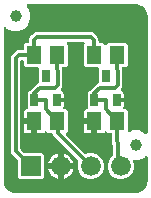
<source format=gbr>
G04 EAGLE Gerber RS-274X export*
G75*
%MOMM*%
%FSLAX34Y34*%
%LPD*%
%INTop Copper*%
%IPPOS*%
%AMOC8*
5,1,8,0,0,1.08239X$1,22.5*%
G01*
%ADD10R,0.635000X1.016000*%
%ADD11R,1.300000X1.500000*%
%ADD12R,1.676400X1.676400*%
%ADD13C,1.676400*%
%ADD14C,1.000000*%
%ADD15C,0.304800*%

G36*
X114320Y2543D02*
X114320Y2543D01*
X114424Y2547D01*
X116159Y2718D01*
X116262Y2741D01*
X116368Y2756D01*
X116448Y2783D01*
X116469Y2788D01*
X116483Y2795D01*
X116520Y2808D01*
X119725Y4136D01*
X119733Y4140D01*
X119742Y4143D01*
X119872Y4219D01*
X120001Y4293D01*
X120008Y4300D01*
X120016Y4304D01*
X120137Y4411D01*
X122589Y6863D01*
X122595Y6871D01*
X122602Y6877D01*
X122692Y6996D01*
X122784Y7115D01*
X122788Y7123D01*
X122793Y7131D01*
X122864Y7275D01*
X124192Y10480D01*
X124220Y10582D01*
X124256Y10682D01*
X124270Y10766D01*
X124276Y10787D01*
X124276Y10803D01*
X124282Y10841D01*
X124453Y12576D01*
X124453Y12595D01*
X124453Y12596D01*
X124456Y12614D01*
X124455Y12633D01*
X124459Y12700D01*
X124459Y32540D01*
X124442Y32678D01*
X124429Y32816D01*
X124422Y32835D01*
X124419Y32855D01*
X124368Y32984D01*
X124321Y33115D01*
X124310Y33132D01*
X124302Y33151D01*
X124221Y33263D01*
X124143Y33379D01*
X124127Y33392D01*
X124116Y33408D01*
X124008Y33497D01*
X123904Y33589D01*
X123886Y33598D01*
X123871Y33611D01*
X123745Y33670D01*
X123621Y33734D01*
X123601Y33738D01*
X123583Y33747D01*
X123446Y33773D01*
X123311Y33803D01*
X123290Y33803D01*
X123271Y33806D01*
X123132Y33798D01*
X122993Y33794D01*
X122973Y33788D01*
X122953Y33787D01*
X122821Y33744D01*
X122687Y33705D01*
X122670Y33695D01*
X122651Y33689D01*
X122533Y33614D01*
X122413Y33544D01*
X122392Y33525D01*
X122382Y33519D01*
X122368Y33504D01*
X122293Y33437D01*
X121404Y32548D01*
X116795Y30639D01*
X113152Y30639D01*
X113103Y30633D01*
X113053Y30635D01*
X112946Y30613D01*
X112837Y30599D01*
X112790Y30581D01*
X112742Y30571D01*
X112643Y30523D01*
X112541Y30482D01*
X112501Y30453D01*
X112456Y30431D01*
X112372Y30360D01*
X112283Y30296D01*
X112252Y30257D01*
X112214Y30225D01*
X112151Y30135D01*
X112081Y30051D01*
X112059Y30006D01*
X112031Y29965D01*
X111992Y29862D01*
X111945Y29763D01*
X111936Y29714D01*
X111918Y29668D01*
X111906Y29558D01*
X111885Y29451D01*
X111888Y29401D01*
X111883Y29352D01*
X111898Y29243D01*
X111905Y29133D01*
X111920Y29086D01*
X111927Y29037D01*
X111979Y28884D01*
X112523Y27573D01*
X112523Y23227D01*
X110860Y19213D01*
X107787Y16140D01*
X103773Y14477D01*
X99427Y14477D01*
X95413Y16140D01*
X92340Y19213D01*
X90677Y23227D01*
X90677Y27573D01*
X92340Y31587D01*
X94498Y33745D01*
X94566Y33833D01*
X94640Y33915D01*
X94663Y33958D01*
X94693Y33997D01*
X94737Y34098D01*
X94789Y34196D01*
X94800Y34244D01*
X94819Y34288D01*
X94837Y34398D01*
X94863Y34505D01*
X94866Y34581D01*
X94869Y34602D01*
X94868Y34620D01*
X94870Y34666D01*
X94544Y52214D01*
X94529Y52320D01*
X94522Y52427D01*
X94506Y52477D01*
X94498Y52528D01*
X94457Y52627D01*
X94424Y52729D01*
X94396Y52774D01*
X94376Y52822D01*
X94311Y52907D01*
X94254Y52998D01*
X94216Y53034D01*
X94184Y53076D01*
X94100Y53143D01*
X94022Y53216D01*
X93976Y53241D01*
X93936Y53274D01*
X93838Y53318D01*
X93744Y53370D01*
X93693Y53383D01*
X93645Y53404D01*
X93540Y53422D01*
X93436Y53449D01*
X93354Y53454D01*
X93332Y53458D01*
X93316Y53457D01*
X93275Y53459D01*
X90848Y53459D01*
X89797Y54509D01*
X89703Y54582D01*
X89614Y54661D01*
X89578Y54680D01*
X89546Y54704D01*
X89437Y54752D01*
X89331Y54806D01*
X89292Y54815D01*
X89254Y54831D01*
X89137Y54849D01*
X89021Y54875D01*
X88980Y54874D01*
X88940Y54881D01*
X88822Y54869D01*
X88703Y54866D01*
X88664Y54854D01*
X88624Y54851D01*
X88512Y54810D01*
X88397Y54777D01*
X88362Y54757D01*
X88324Y54743D01*
X88226Y54676D01*
X88123Y54616D01*
X88078Y54576D01*
X88061Y54565D01*
X88048Y54549D01*
X88002Y54509D01*
X87460Y53967D01*
X86881Y53632D01*
X86234Y53459D01*
X81939Y53459D01*
X81939Y62230D01*
X81924Y62348D01*
X81917Y62467D01*
X81904Y62505D01*
X81899Y62545D01*
X81855Y62656D01*
X81819Y62769D01*
X81797Y62804D01*
X81782Y62841D01*
X81712Y62937D01*
X81649Y63038D01*
X81619Y63066D01*
X81595Y63098D01*
X81504Y63174D01*
X81417Y63256D01*
X81382Y63275D01*
X81350Y63301D01*
X81243Y63352D01*
X81139Y63409D01*
X81099Y63420D01*
X81063Y63437D01*
X80946Y63459D01*
X80831Y63489D01*
X80770Y63493D01*
X80750Y63497D01*
X80730Y63495D01*
X80670Y63499D01*
X79399Y63499D01*
X79399Y64770D01*
X79384Y64888D01*
X79377Y65007D01*
X79364Y65045D01*
X79359Y65085D01*
X79315Y65196D01*
X79279Y65309D01*
X79257Y65344D01*
X79242Y65381D01*
X79172Y65477D01*
X79109Y65578D01*
X79079Y65606D01*
X79055Y65638D01*
X78964Y65714D01*
X78877Y65796D01*
X78842Y65815D01*
X78810Y65841D01*
X78703Y65892D01*
X78599Y65949D01*
X78559Y65960D01*
X78523Y65977D01*
X78406Y65999D01*
X78291Y66029D01*
X78230Y66033D01*
X78210Y66037D01*
X78190Y66035D01*
X78130Y66039D01*
X70359Y66039D01*
X70359Y71334D01*
X70532Y71981D01*
X70867Y72560D01*
X71340Y73033D01*
X71919Y73368D01*
X72648Y73563D01*
X72652Y73563D01*
X72667Y73568D01*
X72700Y73577D01*
X72731Y73581D01*
X72841Y73624D01*
X72954Y73661D01*
X72989Y73683D01*
X73026Y73698D01*
X73122Y73767D01*
X73223Y73831D01*
X73251Y73861D01*
X73284Y73884D01*
X73360Y73976D01*
X73441Y74063D01*
X73461Y74098D01*
X73486Y74129D01*
X73537Y74237D01*
X73595Y74341D01*
X73605Y74381D01*
X73622Y74417D01*
X73644Y74534D01*
X73674Y74649D01*
X73678Y74709D01*
X73682Y74729D01*
X73680Y74750D01*
X73684Y74810D01*
X73684Y87572D01*
X75173Y89062D01*
X75265Y89073D01*
X75364Y89076D01*
X75422Y89093D01*
X75482Y89101D01*
X75574Y89137D01*
X75669Y89165D01*
X75721Y89195D01*
X75778Y89218D01*
X75858Y89276D01*
X75943Y89326D01*
X76019Y89392D01*
X76035Y89404D01*
X76043Y89414D01*
X76064Y89432D01*
X82162Y95530D01*
X82190Y95540D01*
X82231Y95545D01*
X82341Y95588D01*
X82454Y95625D01*
X82489Y95647D01*
X82526Y95662D01*
X82622Y95731D01*
X82723Y95795D01*
X82751Y95825D01*
X82784Y95848D01*
X82860Y95940D01*
X82941Y96027D01*
X82961Y96062D01*
X82986Y96093D01*
X83037Y96201D01*
X83095Y96305D01*
X83105Y96345D01*
X83122Y96381D01*
X83144Y96498D01*
X83174Y96613D01*
X83178Y96673D01*
X83182Y96693D01*
X83180Y96714D01*
X83184Y96774D01*
X83184Y108070D01*
X83169Y108188D01*
X83162Y108307D01*
X83149Y108345D01*
X83144Y108386D01*
X83101Y108496D01*
X83064Y108609D01*
X83042Y108644D01*
X83027Y108681D01*
X82958Y108777D01*
X82894Y108878D01*
X82864Y108906D01*
X82841Y108939D01*
X82749Y109015D01*
X82662Y109096D01*
X82627Y109116D01*
X82596Y109141D01*
X82488Y109192D01*
X82384Y109250D01*
X82344Y109260D01*
X82308Y109277D01*
X82191Y109299D01*
X82076Y109329D01*
X82016Y109333D01*
X81996Y109337D01*
X81975Y109335D01*
X81915Y109339D01*
X71848Y109339D01*
X70359Y110828D01*
X70359Y127932D01*
X70815Y128389D01*
X70900Y128498D01*
X70989Y128605D01*
X70998Y128624D01*
X71010Y128640D01*
X71066Y128768D01*
X71125Y128893D01*
X71129Y128913D01*
X71137Y128932D01*
X71159Y129070D01*
X71185Y129206D01*
X71183Y129226D01*
X71187Y129246D01*
X71173Y129385D01*
X71165Y129523D01*
X71159Y129542D01*
X71157Y129562D01*
X71110Y129693D01*
X71067Y129825D01*
X71056Y129843D01*
X71049Y129862D01*
X70971Y129976D01*
X70897Y130094D01*
X70882Y130108D01*
X70871Y130125D01*
X70766Y130217D01*
X70665Y130312D01*
X70647Y130322D01*
X70632Y130335D01*
X70508Y130398D01*
X70387Y130466D01*
X70367Y130471D01*
X70349Y130480D01*
X70213Y130510D01*
X70079Y130545D01*
X70051Y130547D01*
X70039Y130550D01*
X70018Y130549D01*
X69918Y130555D01*
X57082Y130555D01*
X56944Y130538D01*
X56806Y130525D01*
X56787Y130518D01*
X56767Y130515D01*
X56637Y130464D01*
X56506Y130417D01*
X56490Y130406D01*
X56471Y130398D01*
X56359Y130317D01*
X56243Y130239D01*
X56230Y130223D01*
X56214Y130212D01*
X56125Y130104D01*
X56033Y130000D01*
X56024Y129982D01*
X56011Y129967D01*
X55951Y129841D01*
X55888Y129717D01*
X55884Y129697D01*
X55875Y129679D01*
X55849Y129542D01*
X55819Y129407D01*
X55819Y129386D01*
X55815Y129367D01*
X55824Y129228D01*
X55828Y129089D01*
X55834Y129069D01*
X55835Y129049D01*
X55878Y128917D01*
X55917Y128783D01*
X55927Y128766D01*
X55933Y128747D01*
X56008Y128629D01*
X56078Y128509D01*
X56097Y128488D01*
X56103Y128478D01*
X56118Y128464D01*
X56185Y128389D01*
X56641Y127932D01*
X56641Y110828D01*
X55152Y109339D01*
X53230Y109339D01*
X53095Y109322D01*
X52960Y109310D01*
X52938Y109302D01*
X52914Y109299D01*
X52788Y109250D01*
X52661Y109205D01*
X52641Y109191D01*
X52618Y109182D01*
X52509Y109103D01*
X52396Y109027D01*
X52380Y109010D01*
X52361Y108996D01*
X52275Y108891D01*
X52185Y108790D01*
X52174Y108769D01*
X52158Y108751D01*
X52101Y108628D01*
X52038Y108508D01*
X52033Y108484D01*
X52023Y108463D01*
X51997Y108330D01*
X51967Y108198D01*
X51966Y108164D01*
X51963Y108151D01*
X51964Y108129D01*
X51961Y108037D01*
X52268Y96214D01*
X52281Y96132D01*
X52283Y96049D01*
X52304Y95975D01*
X52316Y95899D01*
X52325Y95879D01*
X52325Y94049D01*
X52326Y94039D01*
X52325Y94016D01*
X52369Y92340D01*
X51183Y91155D01*
X51177Y91147D01*
X51160Y91131D01*
X51052Y91018D01*
X50984Y90924D01*
X50909Y90835D01*
X50890Y90796D01*
X50864Y90761D01*
X50821Y90654D01*
X50770Y90549D01*
X50761Y90507D01*
X50745Y90466D01*
X50730Y90351D01*
X50707Y90237D01*
X50709Y90194D01*
X50703Y90151D01*
X50717Y90036D01*
X50723Y89920D01*
X50736Y89878D01*
X50741Y89835D01*
X50783Y89727D01*
X50818Y89616D01*
X50841Y89579D01*
X50857Y89539D01*
X50924Y89444D01*
X50985Y89346D01*
X51017Y89316D01*
X51042Y89280D01*
X51131Y89206D01*
X51215Y89125D01*
X51252Y89104D01*
X51286Y89076D01*
X51391Y89026D01*
X51492Y88969D01*
X51554Y88948D01*
X51573Y88939D01*
X51592Y88935D01*
X51644Y88917D01*
X51756Y88888D01*
X52335Y88553D01*
X52808Y88080D01*
X53143Y87501D01*
X53316Y86854D01*
X53316Y83027D01*
X47918Y83027D01*
X47799Y83012D01*
X47681Y83004D01*
X47642Y82992D01*
X47602Y82987D01*
X47491Y82943D01*
X47378Y82906D01*
X47344Y82885D01*
X47306Y82870D01*
X47210Y82800D01*
X47110Y82736D01*
X47082Y82707D01*
X47049Y82683D01*
X46973Y82591D01*
X46892Y82505D01*
X46872Y82469D01*
X46846Y82438D01*
X46796Y82330D01*
X46738Y82226D01*
X46728Y82187D01*
X46711Y82150D01*
X46688Y82034D01*
X46659Y81918D01*
X46655Y81858D01*
X46651Y81838D01*
X46652Y81818D01*
X46648Y81758D01*
X46648Y81122D01*
X46663Y81004D01*
X46671Y80886D01*
X46683Y80847D01*
X46688Y80807D01*
X46732Y80696D01*
X46769Y80583D01*
X46790Y80549D01*
X46805Y80511D01*
X46875Y80415D01*
X46939Y80314D01*
X46968Y80287D01*
X46992Y80254D01*
X47084Y80178D01*
X47171Y80096D01*
X47206Y80077D01*
X47237Y80051D01*
X47345Y80000D01*
X47449Y79943D01*
X47488Y79933D01*
X47525Y79916D01*
X47642Y79893D01*
X47757Y79863D01*
X47817Y79860D01*
X47837Y79856D01*
X47858Y79857D01*
X47918Y79853D01*
X53316Y79853D01*
X53316Y76026D01*
X53125Y75315D01*
X53073Y75203D01*
X53068Y75177D01*
X53057Y75152D01*
X53038Y75020D01*
X53013Y74890D01*
X53014Y74864D01*
X53010Y74837D01*
X53024Y74705D01*
X53033Y74573D01*
X53041Y74548D01*
X53044Y74521D01*
X53090Y74397D01*
X53131Y74271D01*
X53145Y74248D01*
X53154Y74223D01*
X53230Y74114D01*
X53301Y74002D01*
X53320Y73983D01*
X53336Y73961D01*
X53436Y73875D01*
X53532Y73784D01*
X53556Y73771D01*
X53576Y73753D01*
X53695Y73694D01*
X53811Y73630D01*
X53837Y73624D01*
X53861Y73612D01*
X53991Y73584D01*
X54119Y73551D01*
X54157Y73549D01*
X54172Y73545D01*
X54194Y73546D01*
X54279Y73541D01*
X55152Y73541D01*
X56641Y72052D01*
X56641Y54948D01*
X55418Y53725D01*
X55345Y53631D01*
X55267Y53542D01*
X55248Y53506D01*
X55223Y53474D01*
X55176Y53364D01*
X55122Y53259D01*
X55113Y53219D01*
X55097Y53182D01*
X55078Y53064D01*
X55052Y52948D01*
X55053Y52908D01*
X55047Y52868D01*
X55058Y52749D01*
X55062Y52630D01*
X55073Y52592D01*
X55077Y52551D01*
X55117Y52439D01*
X55150Y52325D01*
X55171Y52290D01*
X55185Y52252D01*
X55251Y52154D01*
X55312Y52051D01*
X55352Y52006D01*
X55363Y51989D01*
X55378Y51975D01*
X55418Y51930D01*
X71305Y36043D01*
X71329Y36025D01*
X71348Y36003D01*
X71454Y35928D01*
X71556Y35848D01*
X71584Y35837D01*
X71608Y35820D01*
X71729Y35774D01*
X71848Y35722D01*
X71877Y35717D01*
X71905Y35707D01*
X72034Y35692D01*
X72162Y35672D01*
X72192Y35675D01*
X72221Y35672D01*
X72350Y35690D01*
X72479Y35702D01*
X72507Y35712D01*
X72536Y35716D01*
X72688Y35768D01*
X74027Y36323D01*
X78373Y36323D01*
X82387Y34660D01*
X85460Y31587D01*
X87123Y27573D01*
X87123Y23227D01*
X85460Y19213D01*
X82387Y16140D01*
X78373Y14477D01*
X74027Y14477D01*
X70013Y16140D01*
X66940Y19213D01*
X65277Y23227D01*
X65277Y27573D01*
X65832Y28912D01*
X65840Y28940D01*
X65853Y28966D01*
X65882Y29093D01*
X65916Y29218D01*
X65916Y29248D01*
X65923Y29277D01*
X65919Y29406D01*
X65921Y29536D01*
X65914Y29565D01*
X65913Y29595D01*
X65877Y29719D01*
X65847Y29846D01*
X65833Y29872D01*
X65825Y29900D01*
X65759Y30012D01*
X65698Y30127D01*
X65678Y30149D01*
X65663Y30174D01*
X65557Y30295D01*
X45508Y50343D01*
X45492Y50356D01*
X45448Y50400D01*
X44243Y51458D01*
X44233Y51492D01*
X44195Y51556D01*
X44195Y52190D01*
X44180Y52308D01*
X44173Y52427D01*
X44160Y52465D01*
X44155Y52506D01*
X44112Y52616D01*
X44075Y52729D01*
X44053Y52764D01*
X44038Y52801D01*
X43969Y52897D01*
X43905Y52998D01*
X43875Y53026D01*
X43852Y53059D01*
X43760Y53135D01*
X43673Y53216D01*
X43638Y53236D01*
X43607Y53261D01*
X43499Y53312D01*
X43395Y53370D01*
X43355Y53380D01*
X43319Y53397D01*
X43202Y53419D01*
X43087Y53449D01*
X43027Y53453D01*
X43007Y53457D01*
X42986Y53455D01*
X42926Y53459D01*
X40048Y53459D01*
X38997Y54509D01*
X38903Y54582D01*
X38814Y54661D01*
X38778Y54680D01*
X38746Y54704D01*
X38637Y54752D01*
X38531Y54806D01*
X38492Y54815D01*
X38454Y54831D01*
X38337Y54849D01*
X38221Y54875D01*
X38180Y54874D01*
X38140Y54881D01*
X38022Y54869D01*
X37903Y54866D01*
X37864Y54854D01*
X37824Y54851D01*
X37712Y54810D01*
X37597Y54777D01*
X37562Y54757D01*
X37524Y54743D01*
X37426Y54676D01*
X37323Y54616D01*
X37278Y54576D01*
X37261Y54565D01*
X37248Y54549D01*
X37202Y54509D01*
X36660Y53967D01*
X36081Y53632D01*
X35434Y53459D01*
X31139Y53459D01*
X31139Y62230D01*
X31124Y62348D01*
X31117Y62467D01*
X31104Y62505D01*
X31099Y62545D01*
X31055Y62656D01*
X31019Y62769D01*
X30997Y62804D01*
X30982Y62841D01*
X30912Y62937D01*
X30849Y63038D01*
X30819Y63066D01*
X30795Y63098D01*
X30704Y63174D01*
X30617Y63256D01*
X30582Y63275D01*
X30550Y63301D01*
X30443Y63352D01*
X30339Y63409D01*
X30299Y63420D01*
X30263Y63437D01*
X30146Y63459D01*
X30031Y63489D01*
X29970Y63493D01*
X29950Y63497D01*
X29930Y63495D01*
X29870Y63499D01*
X28599Y63499D01*
X28599Y64770D01*
X28584Y64888D01*
X28577Y65007D01*
X28564Y65045D01*
X28559Y65085D01*
X28515Y65196D01*
X28479Y65309D01*
X28457Y65344D01*
X28442Y65381D01*
X28372Y65477D01*
X28309Y65578D01*
X28279Y65606D01*
X28255Y65638D01*
X28164Y65714D01*
X28077Y65796D01*
X28042Y65815D01*
X28010Y65841D01*
X27903Y65892D01*
X27799Y65949D01*
X27759Y65960D01*
X27723Y65977D01*
X27606Y65999D01*
X27491Y66029D01*
X27430Y66033D01*
X27410Y66037D01*
X27390Y66035D01*
X27330Y66039D01*
X19559Y66039D01*
X19559Y71334D01*
X19732Y71981D01*
X20067Y72560D01*
X20540Y73033D01*
X21119Y73368D01*
X21848Y73563D01*
X21852Y73563D01*
X21867Y73568D01*
X21900Y73577D01*
X21931Y73581D01*
X22041Y73624D01*
X22154Y73661D01*
X22189Y73683D01*
X22226Y73698D01*
X22322Y73767D01*
X22423Y73831D01*
X22451Y73861D01*
X22484Y73884D01*
X22560Y73976D01*
X22641Y74063D01*
X22661Y74098D01*
X22686Y74129D01*
X22737Y74237D01*
X22795Y74341D01*
X22805Y74381D01*
X22822Y74417D01*
X22844Y74534D01*
X22874Y74649D01*
X22878Y74709D01*
X22882Y74729D01*
X22880Y74750D01*
X22884Y74810D01*
X22884Y87572D01*
X24373Y89062D01*
X24465Y89073D01*
X24564Y89076D01*
X24622Y89093D01*
X24682Y89101D01*
X24774Y89137D01*
X24869Y89165D01*
X24921Y89195D01*
X24978Y89218D01*
X25058Y89276D01*
X25143Y89326D01*
X25219Y89392D01*
X25235Y89404D01*
X25243Y89414D01*
X25264Y89432D01*
X31362Y95530D01*
X31390Y95540D01*
X31431Y95545D01*
X31541Y95588D01*
X31654Y95625D01*
X31689Y95647D01*
X31726Y95662D01*
X31822Y95731D01*
X31923Y95795D01*
X31951Y95825D01*
X31984Y95848D01*
X32060Y95940D01*
X32141Y96027D01*
X32161Y96062D01*
X32186Y96093D01*
X32237Y96201D01*
X32295Y96305D01*
X32305Y96345D01*
X32322Y96381D01*
X32344Y96498D01*
X32374Y96613D01*
X32378Y96673D01*
X32382Y96693D01*
X32380Y96714D01*
X32384Y96774D01*
X32384Y108070D01*
X32369Y108188D01*
X32362Y108307D01*
X32349Y108345D01*
X32344Y108386D01*
X32301Y108496D01*
X32264Y108609D01*
X32242Y108644D01*
X32227Y108681D01*
X32158Y108777D01*
X32094Y108878D01*
X32064Y108906D01*
X32041Y108939D01*
X31949Y109015D01*
X31862Y109096D01*
X31827Y109116D01*
X31796Y109141D01*
X31688Y109192D01*
X31584Y109250D01*
X31544Y109260D01*
X31508Y109277D01*
X31391Y109299D01*
X31276Y109329D01*
X31216Y109333D01*
X31196Y109337D01*
X31175Y109335D01*
X31115Y109339D01*
X21048Y109339D01*
X19559Y110828D01*
X19559Y114046D01*
X19544Y114164D01*
X19537Y114283D01*
X19524Y114321D01*
X19519Y114362D01*
X19476Y114472D01*
X19439Y114585D01*
X19417Y114620D01*
X19402Y114657D01*
X19333Y114753D01*
X19269Y114854D01*
X19239Y114882D01*
X19216Y114915D01*
X19124Y114991D01*
X19037Y115072D01*
X19002Y115092D01*
X18971Y115117D01*
X18863Y115168D01*
X18759Y115226D01*
X18719Y115236D01*
X18683Y115253D01*
X18566Y115275D01*
X18451Y115305D01*
X18391Y115309D01*
X18371Y115313D01*
X18350Y115311D01*
X18290Y115315D01*
X18034Y115315D01*
X17916Y115300D01*
X17797Y115293D01*
X17759Y115280D01*
X17718Y115275D01*
X17608Y115232D01*
X17495Y115195D01*
X17460Y115173D01*
X17423Y115158D01*
X17327Y115089D01*
X17226Y115025D01*
X17198Y114995D01*
X17165Y114972D01*
X17089Y114880D01*
X17008Y114793D01*
X16988Y114758D01*
X16963Y114727D01*
X16912Y114619D01*
X16854Y114515D01*
X16844Y114475D01*
X16827Y114439D01*
X16805Y114322D01*
X16775Y114207D01*
X16771Y114147D01*
X16767Y114127D01*
X16769Y114106D01*
X16765Y114046D01*
X16765Y40309D01*
X16777Y40211D01*
X16780Y40112D01*
X16797Y40054D01*
X16805Y39994D01*
X16841Y39902D01*
X16869Y39807D01*
X16899Y39755D01*
X16922Y39698D01*
X16980Y39618D01*
X17030Y39533D01*
X17096Y39457D01*
X17108Y39441D01*
X17118Y39433D01*
X17136Y39412D01*
X19854Y36694D01*
X19932Y36634D01*
X20004Y36566D01*
X20057Y36537D01*
X20105Y36500D01*
X20196Y36460D01*
X20283Y36412D01*
X20341Y36397D01*
X20397Y36373D01*
X20495Y36358D01*
X20591Y36333D01*
X20691Y36327D01*
X20711Y36323D01*
X20723Y36325D01*
X20751Y36323D01*
X34834Y36323D01*
X36323Y34834D01*
X36323Y15966D01*
X34834Y14477D01*
X15966Y14477D01*
X14477Y15966D01*
X14477Y30049D01*
X14465Y30147D01*
X14462Y30246D01*
X14445Y30304D01*
X14437Y30364D01*
X14401Y30456D01*
X14373Y30551D01*
X14343Y30603D01*
X14320Y30660D01*
X14262Y30740D01*
X14212Y30825D01*
X14146Y30901D01*
X14134Y30917D01*
X14124Y30925D01*
X14106Y30946D01*
X8635Y36416D01*
X8635Y118524D01*
X13556Y123445D01*
X18290Y123445D01*
X18408Y123460D01*
X18527Y123467D01*
X18565Y123480D01*
X18606Y123485D01*
X18716Y123528D01*
X18829Y123565D01*
X18864Y123587D01*
X18901Y123602D01*
X18997Y123671D01*
X19098Y123735D01*
X19126Y123765D01*
X19159Y123788D01*
X19235Y123880D01*
X19316Y123967D01*
X19336Y124002D01*
X19361Y124033D01*
X19412Y124141D01*
X19470Y124245D01*
X19480Y124285D01*
X19497Y124321D01*
X19519Y124438D01*
X19549Y124553D01*
X19553Y124613D01*
X19557Y124633D01*
X19555Y124654D01*
X19559Y124714D01*
X19559Y127932D01*
X21048Y129421D01*
X22606Y129421D01*
X22724Y129436D01*
X22843Y129443D01*
X22881Y129456D01*
X22922Y129461D01*
X23032Y129504D01*
X23145Y129541D01*
X23180Y129563D01*
X23217Y129578D01*
X23313Y129647D01*
X23414Y129711D01*
X23442Y129741D01*
X23475Y129764D01*
X23551Y129856D01*
X23632Y129943D01*
X23652Y129978D01*
X23677Y130009D01*
X23728Y130117D01*
X23786Y130221D01*
X23796Y130261D01*
X23813Y130297D01*
X23835Y130414D01*
X23865Y130529D01*
X23869Y130589D01*
X23873Y130609D01*
X23871Y130630D01*
X23875Y130690D01*
X23875Y131942D01*
X23873Y131960D01*
X23874Y132007D01*
X23787Y133667D01*
X23790Y133679D01*
X24968Y134856D01*
X24979Y134871D01*
X25013Y134904D01*
X26126Y136139D01*
X26200Y136182D01*
X26285Y136221D01*
X26337Y136263D01*
X26394Y136297D01*
X26515Y136403D01*
X28796Y138685D01*
X77884Y138685D01*
X81516Y135052D01*
X81531Y135041D01*
X81564Y135007D01*
X82798Y133894D01*
X82805Y133884D01*
X82805Y132219D01*
X82807Y132201D01*
X82806Y132153D01*
X82886Y130624D01*
X82901Y130539D01*
X82906Y130453D01*
X82929Y130383D01*
X82942Y130311D01*
X82978Y130233D01*
X83005Y130151D01*
X83044Y130089D01*
X83074Y130022D01*
X83128Y129955D01*
X83175Y129882D01*
X83228Y129832D01*
X83274Y129775D01*
X83343Y129723D01*
X83406Y129664D01*
X83471Y129629D01*
X83529Y129585D01*
X83609Y129552D01*
X83685Y129510D01*
X83756Y129492D01*
X83824Y129464D01*
X83909Y129452D01*
X83993Y129431D01*
X84127Y129422D01*
X84139Y129421D01*
X84143Y129421D01*
X84153Y129421D01*
X86952Y129421D01*
X88003Y128371D01*
X88097Y128298D01*
X88186Y128219D01*
X88222Y128201D01*
X88254Y128176D01*
X88363Y128128D01*
X88469Y128074D01*
X88508Y128065D01*
X88546Y128049D01*
X88663Y128031D01*
X88779Y128005D01*
X88820Y128006D01*
X88860Y128000D01*
X88978Y128011D01*
X89097Y128014D01*
X89136Y128026D01*
X89176Y128029D01*
X89288Y128070D01*
X89403Y128103D01*
X89438Y128123D01*
X89476Y128137D01*
X89574Y128204D01*
X89677Y128264D01*
X89722Y128304D01*
X89739Y128316D01*
X89752Y128331D01*
X89798Y128371D01*
X90848Y129421D01*
X105952Y129421D01*
X107441Y127932D01*
X107441Y110828D01*
X105952Y109339D01*
X104030Y109339D01*
X103895Y109322D01*
X103760Y109310D01*
X103738Y109302D01*
X103714Y109299D01*
X103588Y109250D01*
X103461Y109205D01*
X103441Y109191D01*
X103418Y109182D01*
X103309Y109103D01*
X103196Y109027D01*
X103180Y109010D01*
X103161Y108996D01*
X103075Y108891D01*
X102985Y108790D01*
X102974Y108769D01*
X102958Y108751D01*
X102901Y108628D01*
X102838Y108508D01*
X102833Y108484D01*
X102823Y108463D01*
X102797Y108330D01*
X102767Y108198D01*
X102766Y108164D01*
X102763Y108151D01*
X102764Y108129D01*
X102761Y108037D01*
X103068Y96214D01*
X103081Y96132D01*
X103083Y96049D01*
X103105Y95975D01*
X103116Y95899D01*
X103125Y95879D01*
X103125Y94049D01*
X103126Y94039D01*
X103125Y94016D01*
X103169Y92340D01*
X101983Y91155D01*
X101977Y91147D01*
X101960Y91131D01*
X101852Y91017D01*
X101783Y90924D01*
X101708Y90835D01*
X101689Y90796D01*
X101664Y90761D01*
X101620Y90653D01*
X101570Y90549D01*
X101561Y90506D01*
X101545Y90466D01*
X101530Y90351D01*
X101507Y90237D01*
X101509Y90194D01*
X101503Y90151D01*
X101517Y90036D01*
X101523Y89920D01*
X101536Y89878D01*
X101541Y89835D01*
X101584Y89727D01*
X101618Y89616D01*
X101641Y89579D01*
X101657Y89539D01*
X101725Y89444D01*
X101785Y89346D01*
X101817Y89316D01*
X101842Y89280D01*
X101931Y89205D01*
X102015Y89125D01*
X102053Y89104D01*
X102086Y89076D01*
X102191Y89026D01*
X102292Y88969D01*
X102354Y88948D01*
X102373Y88939D01*
X102392Y88935D01*
X102444Y88917D01*
X102556Y88888D01*
X103135Y88553D01*
X103608Y88080D01*
X103943Y87501D01*
X104116Y86854D01*
X104116Y83027D01*
X98718Y83027D01*
X98599Y83012D01*
X98481Y83004D01*
X98442Y82992D01*
X98402Y82987D01*
X98291Y82943D01*
X98178Y82906D01*
X98144Y82885D01*
X98106Y82870D01*
X98010Y82800D01*
X97910Y82736D01*
X97882Y82707D01*
X97849Y82683D01*
X97773Y82591D01*
X97692Y82505D01*
X97672Y82469D01*
X97646Y82438D01*
X97596Y82330D01*
X97538Y82226D01*
X97528Y82187D01*
X97511Y82150D01*
X97488Y82034D01*
X97459Y81918D01*
X97455Y81858D01*
X97451Y81838D01*
X97452Y81818D01*
X97448Y81758D01*
X97448Y81122D01*
X97463Y81004D01*
X97471Y80886D01*
X97483Y80847D01*
X97488Y80807D01*
X97532Y80696D01*
X97569Y80583D01*
X97590Y80549D01*
X97605Y80511D01*
X97675Y80415D01*
X97739Y80314D01*
X97768Y80287D01*
X97792Y80254D01*
X97884Y80178D01*
X97971Y80096D01*
X98006Y80077D01*
X98037Y80051D01*
X98145Y80000D01*
X98249Y79943D01*
X98288Y79933D01*
X98325Y79916D01*
X98442Y79893D01*
X98557Y79863D01*
X98617Y79860D01*
X98637Y79856D01*
X98658Y79857D01*
X98718Y79853D01*
X104116Y79853D01*
X104116Y76026D01*
X103925Y75315D01*
X103873Y75203D01*
X103868Y75177D01*
X103857Y75152D01*
X103838Y75020D01*
X103813Y74890D01*
X103814Y74864D01*
X103810Y74837D01*
X103824Y74705D01*
X103833Y74573D01*
X103841Y74548D01*
X103844Y74521D01*
X103890Y74397D01*
X103931Y74271D01*
X103945Y74248D01*
X103954Y74223D01*
X104030Y74114D01*
X104101Y74002D01*
X104120Y73983D01*
X104136Y73961D01*
X104236Y73875D01*
X104332Y73784D01*
X104356Y73771D01*
X104376Y73753D01*
X104495Y73694D01*
X104611Y73630D01*
X104637Y73624D01*
X104661Y73612D01*
X104791Y73584D01*
X104919Y73551D01*
X104957Y73549D01*
X104972Y73545D01*
X104994Y73546D01*
X105079Y73541D01*
X105952Y73541D01*
X107441Y72052D01*
X107441Y55812D01*
X107447Y55763D01*
X107445Y55713D01*
X107462Y55629D01*
X107463Y55612D01*
X107468Y55597D01*
X107481Y55497D01*
X107499Y55451D01*
X107509Y55402D01*
X107557Y55303D01*
X107598Y55201D01*
X107627Y55161D01*
X107649Y55116D01*
X107720Y55033D01*
X107784Y54944D01*
X107823Y54912D01*
X107855Y54874D01*
X107945Y54811D01*
X108029Y54741D01*
X108074Y54720D01*
X108115Y54691D01*
X108218Y54652D01*
X108317Y54605D01*
X108366Y54596D01*
X108412Y54578D01*
X108522Y54566D01*
X108629Y54546D01*
X108679Y54549D01*
X108728Y54543D01*
X108837Y54559D01*
X108947Y54565D01*
X108994Y54581D01*
X109043Y54588D01*
X109196Y54640D01*
X111805Y55721D01*
X116795Y55721D01*
X121404Y53812D01*
X122293Y52923D01*
X122402Y52838D01*
X122509Y52749D01*
X122528Y52740D01*
X122544Y52728D01*
X122671Y52673D01*
X122797Y52613D01*
X122817Y52610D01*
X122836Y52601D01*
X122974Y52580D01*
X123110Y52554D01*
X123130Y52555D01*
X123150Y52552D01*
X123289Y52565D01*
X123427Y52573D01*
X123446Y52580D01*
X123466Y52581D01*
X123598Y52629D01*
X123729Y52671D01*
X123747Y52682D01*
X123766Y52689D01*
X123881Y52767D01*
X123998Y52841D01*
X124012Y52856D01*
X124029Y52868D01*
X124121Y52972D01*
X124216Y53073D01*
X124226Y53091D01*
X124239Y53106D01*
X124302Y53230D01*
X124370Y53352D01*
X124375Y53371D01*
X124384Y53389D01*
X124414Y53525D01*
X124449Y53660D01*
X124451Y53688D01*
X124454Y53700D01*
X124453Y53720D01*
X124459Y53820D01*
X124459Y152400D01*
X124457Y152420D01*
X124453Y152524D01*
X124282Y154259D01*
X124259Y154362D01*
X124244Y154468D01*
X124217Y154548D01*
X124212Y154569D01*
X124205Y154583D01*
X124192Y154620D01*
X122864Y157825D01*
X122860Y157833D01*
X122857Y157842D01*
X122781Y157972D01*
X122707Y158101D01*
X122700Y158108D01*
X122696Y158116D01*
X122589Y158237D01*
X120137Y160689D01*
X120129Y160695D01*
X120123Y160702D01*
X120004Y160792D01*
X119885Y160884D01*
X119877Y160888D01*
X119869Y160893D01*
X119725Y160964D01*
X116520Y162292D01*
X116418Y162320D01*
X116318Y162356D01*
X116234Y162370D01*
X116213Y162376D01*
X116197Y162376D01*
X116159Y162382D01*
X114424Y162553D01*
X114405Y162553D01*
X114300Y162559D01*
X23340Y162559D01*
X23202Y162542D01*
X23064Y162529D01*
X23045Y162522D01*
X23025Y162519D01*
X22896Y162468D01*
X22765Y162421D01*
X22748Y162410D01*
X22729Y162402D01*
X22617Y162321D01*
X22501Y162243D01*
X22488Y162227D01*
X22472Y162216D01*
X22383Y162108D01*
X22291Y162004D01*
X22282Y161986D01*
X22269Y161971D01*
X22210Y161845D01*
X22146Y161721D01*
X22142Y161701D01*
X22133Y161683D01*
X22107Y161546D01*
X22077Y161411D01*
X22077Y161390D01*
X22074Y161371D01*
X22082Y161232D01*
X22086Y161093D01*
X22092Y161073D01*
X22093Y161053D01*
X22136Y160921D01*
X22175Y160787D01*
X22185Y160770D01*
X22191Y160751D01*
X22266Y160633D01*
X22336Y160513D01*
X22355Y160492D01*
X22361Y160482D01*
X22376Y160468D01*
X22443Y160393D01*
X23332Y159504D01*
X25241Y154895D01*
X25241Y149905D01*
X23332Y145296D01*
X19804Y141768D01*
X15195Y139859D01*
X10205Y139859D01*
X5596Y141768D01*
X4707Y142657D01*
X4598Y142742D01*
X4491Y142831D01*
X4472Y142840D01*
X4456Y142852D01*
X4329Y142907D01*
X4203Y142967D01*
X4183Y142970D01*
X4164Y142979D01*
X4026Y143000D01*
X3890Y143026D01*
X3870Y143025D01*
X3850Y143028D01*
X3711Y143015D01*
X3573Y143007D01*
X3554Y143000D01*
X3534Y142999D01*
X3402Y142951D01*
X3271Y142909D01*
X3253Y142898D01*
X3234Y142891D01*
X3119Y142813D01*
X3002Y142739D01*
X2988Y142724D01*
X2971Y142712D01*
X2879Y142608D01*
X2784Y142507D01*
X2774Y142489D01*
X2761Y142474D01*
X2698Y142350D01*
X2630Y142228D01*
X2625Y142209D01*
X2616Y142191D01*
X2586Y142055D01*
X2551Y141920D01*
X2549Y141892D01*
X2546Y141880D01*
X2547Y141860D01*
X2541Y141760D01*
X2541Y12700D01*
X2543Y12680D01*
X2547Y12576D01*
X2718Y10841D01*
X2741Y10738D01*
X2756Y10632D01*
X2783Y10552D01*
X2788Y10531D01*
X2795Y10517D01*
X2808Y10480D01*
X4136Y7275D01*
X4140Y7267D01*
X4143Y7258D01*
X4219Y7128D01*
X4293Y6999D01*
X4300Y6992D01*
X4304Y6984D01*
X4411Y6863D01*
X6863Y4411D01*
X6871Y4405D01*
X6877Y4398D01*
X6996Y4308D01*
X7115Y4216D01*
X7123Y4212D01*
X7131Y4207D01*
X7275Y4136D01*
X10480Y2808D01*
X10582Y2780D01*
X10682Y2744D01*
X10766Y2730D01*
X10787Y2724D01*
X10803Y2724D01*
X10841Y2718D01*
X12576Y2547D01*
X12595Y2547D01*
X12700Y2541D01*
X114300Y2541D01*
X114320Y2543D01*
G37*
%LPC*%
G36*
X72566Y53459D02*
X72566Y53459D01*
X71919Y53632D01*
X71340Y53967D01*
X70867Y54440D01*
X70532Y55019D01*
X70359Y55666D01*
X70359Y60961D01*
X76861Y60961D01*
X76861Y53459D01*
X72566Y53459D01*
G37*
%LPD*%
%LPC*%
G36*
X21766Y53459D02*
X21766Y53459D01*
X21119Y53632D01*
X20540Y53967D01*
X20067Y54440D01*
X19732Y55019D01*
X19559Y55666D01*
X19559Y60961D01*
X26061Y60961D01*
X26061Y53459D01*
X21766Y53459D01*
G37*
%LPD*%
%LPC*%
G36*
X53299Y27899D02*
X53299Y27899D01*
X53299Y36063D01*
X53358Y36054D01*
X54993Y35523D01*
X56525Y34742D01*
X57916Y33731D01*
X59131Y32516D01*
X60142Y31125D01*
X60923Y29593D01*
X61454Y27958D01*
X61463Y27899D01*
X53299Y27899D01*
G37*
%LPD*%
%LPC*%
G36*
X40137Y27899D02*
X40137Y27899D01*
X40146Y27958D01*
X40677Y29593D01*
X41458Y31125D01*
X42469Y32516D01*
X43684Y33731D01*
X45075Y34742D01*
X46607Y35523D01*
X48242Y36054D01*
X48301Y36063D01*
X48301Y27899D01*
X40137Y27899D01*
G37*
%LPD*%
%LPC*%
G36*
X53299Y22901D02*
X53299Y22901D01*
X61463Y22901D01*
X61454Y22842D01*
X60923Y21207D01*
X60142Y19675D01*
X59131Y18284D01*
X57916Y17069D01*
X56525Y16058D01*
X54993Y15277D01*
X53358Y14746D01*
X53299Y14737D01*
X53299Y22901D01*
G37*
%LPD*%
%LPC*%
G36*
X48242Y14746D02*
X48242Y14746D01*
X46607Y15277D01*
X45075Y16058D01*
X43684Y17069D01*
X42469Y18284D01*
X41458Y19675D01*
X40677Y21207D01*
X40146Y22842D01*
X40137Y22901D01*
X48301Y22901D01*
X48301Y14737D01*
X48242Y14746D01*
G37*
%LPD*%
D10*
X38100Y101440D03*
X47600Y81440D03*
X28600Y81440D03*
X88900Y101440D03*
X98400Y81440D03*
X79400Y81440D03*
D11*
X47600Y119380D03*
X28600Y119380D03*
X98400Y119380D03*
X79400Y119380D03*
D12*
X25400Y25400D03*
D13*
X50800Y25400D03*
X76200Y25400D03*
X101600Y25400D03*
D14*
X12700Y152400D03*
X114300Y43180D03*
D11*
X47600Y63500D03*
X28600Y63500D03*
X98400Y63500D03*
X79400Y63500D03*
D15*
X28600Y119380D02*
X15240Y119380D01*
X12700Y116840D01*
X12700Y38100D01*
X25400Y25400D01*
X28600Y119380D02*
X27940Y132080D01*
X30480Y134620D01*
X76200Y134620D01*
X78740Y132080D01*
X79400Y119380D01*
X47600Y119380D02*
X48260Y93980D01*
X45720Y91440D01*
X33020Y91440D01*
X28600Y87020D01*
X28600Y81440D01*
X37940Y81440D01*
X38100Y81280D01*
X38100Y73660D01*
X48260Y53340D02*
X76200Y25400D01*
X47600Y63500D02*
X38100Y73660D01*
X47600Y63500D02*
X48260Y53340D01*
X99060Y93980D02*
X98400Y119380D01*
X99060Y93980D02*
X96520Y91440D01*
X83820Y91440D01*
X79400Y87020D01*
X79400Y81440D01*
X88740Y81440D01*
X88900Y81280D01*
X88900Y73660D01*
X98400Y63500D01*
X99060Y27940D01*
X101600Y25400D01*
M02*

</source>
